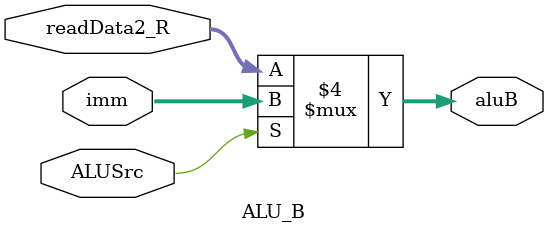
<source format=v>
module ALU_B(
    input ALUSrc,
    input [31:0] readData2_R,
    input [31:0] imm,
    output reg [31:0] aluB
);
    always @(*) begin
        if(ALUSrc == 1'b0) aluB = readData2_R;
        else aluB = imm;
    end
endmodule
</source>
